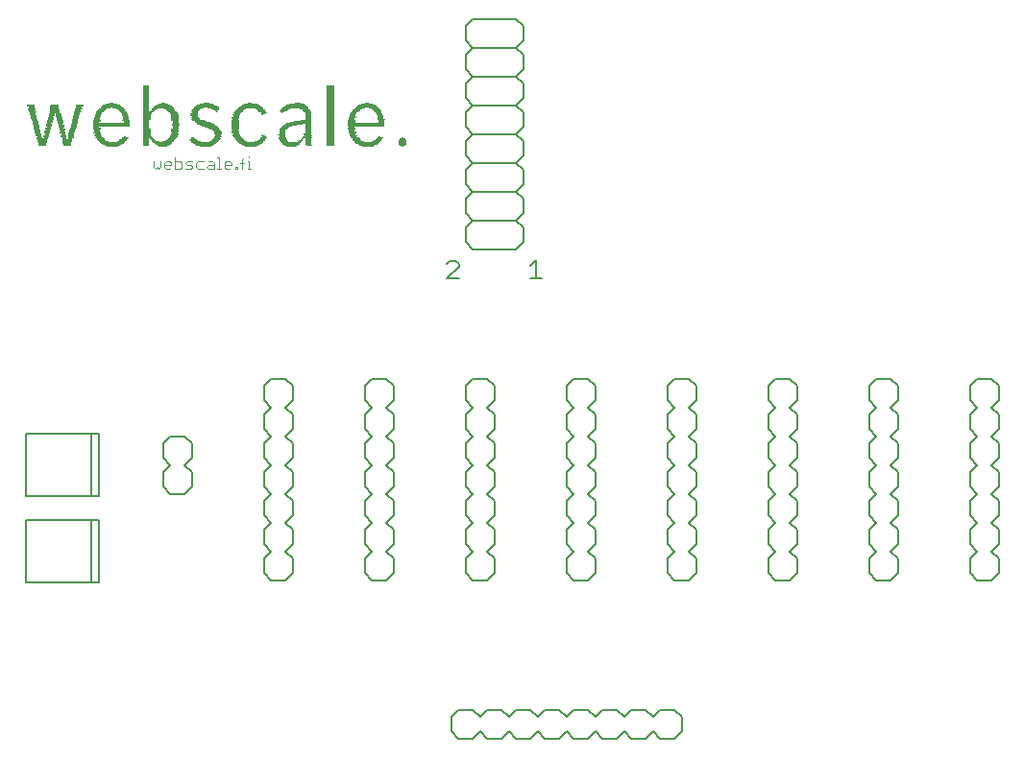
<source format=gto>
G75*
%MOIN*%
%OFA0B0*%
%FSLAX25Y25*%
%IPPOS*%
%LPD*%
%AMOC8*
5,1,8,0,0,1.08239X$1,22.5*
%
%ADD10R,0.03900X0.00300*%
%ADD11R,0.03000X0.00300*%
%ADD12R,0.04200X0.00300*%
%ADD13R,0.03600X0.00300*%
%ADD14R,0.00900X0.00300*%
%ADD15R,0.02700X0.00300*%
%ADD16R,0.02400X0.00300*%
%ADD17R,0.05400X0.00300*%
%ADD18R,0.01800X0.00300*%
%ADD19R,0.06000X0.00300*%
%ADD20R,0.04800X0.00300*%
%ADD21R,0.02100X0.00300*%
%ADD22R,0.06900X0.00300*%
%ADD23R,0.05700X0.00300*%
%ADD24R,0.07800X0.00300*%
%ADD25R,0.08100X0.00300*%
%ADD26R,0.06300X0.00300*%
%ADD27R,0.08400X0.00300*%
%ADD28R,0.09000X0.00300*%
%ADD29R,0.03300X0.00300*%
%ADD30R,0.01500X0.00300*%
%ADD31R,0.01200X0.00300*%
%ADD32R,0.00600X0.00300*%
%ADD33R,0.00300X0.00300*%
%ADD34R,0.04500X0.00300*%
%ADD35R,0.12600X0.00300*%
%ADD36R,0.05100X0.00300*%
%ADD37R,0.07200X0.00300*%
%ADD38R,0.07500X0.00300*%
%ADD39R,0.06600X0.00300*%
%ADD40R,0.08700X0.00300*%
%ADD41C,0.00300*%
%ADD42C,0.00500*%
%ADD43C,0.00800*%
%ADD44C,0.00600*%
D10*
X0034600Y0208000D03*
X0036400Y0221200D03*
X0034300Y0222400D03*
X0053800Y0209500D03*
X0064600Y0216700D03*
X0069400Y0214300D03*
X0082600Y0208000D03*
X0123100Y0208000D03*
X0122800Y0222400D03*
D11*
X0119650Y0209800D03*
X0126250Y0209500D03*
X0102250Y0211000D03*
X0102250Y0211300D03*
X0101350Y0220900D03*
X0094750Y0220900D03*
X0085450Y0209500D03*
X0079150Y0209800D03*
X0078850Y0210100D03*
X0069850Y0209500D03*
X0063550Y0217300D03*
X0054850Y0220600D03*
X0046750Y0219400D03*
X0046750Y0219100D03*
X0046750Y0211300D03*
X0052150Y0208000D03*
X0054550Y0209800D03*
X0079450Y0220900D03*
X0018850Y0209200D03*
X0018850Y0208900D03*
X0010450Y0209200D03*
X0014650Y0220900D03*
X0014650Y0221200D03*
X0014650Y0221500D03*
X0014650Y0221800D03*
D12*
X0052150Y0208300D03*
X0065050Y0216400D03*
X0069550Y0221200D03*
X0066850Y0208000D03*
D13*
X0064450Y0221200D03*
X0054250Y0220900D03*
X0052150Y0222400D03*
X0032050Y0221200D03*
X0018850Y0210100D03*
X0014650Y0219400D03*
X0014650Y0219700D03*
X0014650Y0220000D03*
X0014650Y0220300D03*
X0095350Y0214900D03*
X0101650Y0216700D03*
X0096550Y0208000D03*
X0120550Y0221200D03*
X0125050Y0221200D03*
D14*
X0127300Y0211300D03*
X0135100Y0210700D03*
X0135100Y0208000D03*
X0100600Y0210400D03*
X0100300Y0210100D03*
X0093700Y0219700D03*
X0070600Y0220300D03*
X0062500Y0210700D03*
X0048100Y0210700D03*
X0038800Y0211300D03*
D15*
X0037600Y0209500D03*
X0031000Y0209800D03*
X0030700Y0210100D03*
X0019000Y0208600D03*
X0010300Y0208600D03*
X0010300Y0208300D03*
X0010300Y0208900D03*
X0031300Y0220900D03*
X0037300Y0220900D03*
X0046600Y0218800D03*
X0046600Y0218500D03*
X0046600Y0212200D03*
X0046600Y0211900D03*
X0046600Y0211600D03*
X0055000Y0210100D03*
X0062800Y0209800D03*
X0070300Y0213700D03*
X0070600Y0213400D03*
X0078100Y0211000D03*
X0078700Y0220300D03*
X0079000Y0220600D03*
X0085600Y0220900D03*
X0094300Y0220600D03*
X0094600Y0214600D03*
X0094000Y0209800D03*
X0094300Y0209500D03*
X0102400Y0211600D03*
X0101800Y0220600D03*
X0119800Y0220900D03*
X0125800Y0220900D03*
X0126700Y0209800D03*
X0119200Y0210100D03*
X0135100Y0209800D03*
X0135100Y0209500D03*
X0135100Y0209200D03*
X0135100Y0208900D03*
X0070300Y0220900D03*
X0064000Y0220900D03*
X0063400Y0217600D03*
X0055600Y0219700D03*
X0055300Y0220000D03*
X0055000Y0220300D03*
D16*
X0055750Y0219400D03*
X0055750Y0219100D03*
X0056050Y0218800D03*
X0056050Y0218500D03*
X0056050Y0218200D03*
X0056350Y0217900D03*
X0056350Y0217600D03*
X0056350Y0217300D03*
X0056350Y0217000D03*
X0056350Y0216700D03*
X0056650Y0215500D03*
X0056650Y0215200D03*
X0056350Y0213700D03*
X0056350Y0213400D03*
X0056350Y0213100D03*
X0056350Y0212800D03*
X0056050Y0212200D03*
X0056050Y0211900D03*
X0055750Y0211600D03*
X0055750Y0211300D03*
X0055450Y0211000D03*
X0055450Y0210700D03*
X0055150Y0210400D03*
X0049450Y0209500D03*
X0046450Y0212500D03*
X0046450Y0212800D03*
X0046450Y0213100D03*
X0046450Y0213400D03*
X0046450Y0213700D03*
X0046450Y0217300D03*
X0046450Y0217600D03*
X0046450Y0217900D03*
X0046450Y0218200D03*
X0039250Y0217000D03*
X0037750Y0220600D03*
X0030850Y0220600D03*
X0030550Y0220300D03*
X0030250Y0220000D03*
X0029050Y0216700D03*
X0029050Y0216400D03*
X0029050Y0214300D03*
X0029050Y0214000D03*
X0029050Y0213700D03*
X0029350Y0212500D03*
X0029650Y0211600D03*
X0029950Y0211000D03*
X0030250Y0210700D03*
X0030550Y0210400D03*
X0038050Y0209800D03*
X0038350Y0210100D03*
X0022450Y0219700D03*
X0022750Y0220900D03*
X0023050Y0221800D03*
X0023050Y0222100D03*
X0014650Y0222100D03*
X0006850Y0219700D03*
X0006550Y0220600D03*
X0006550Y0220900D03*
X0006250Y0221800D03*
X0006250Y0222100D03*
X0018850Y0208300D03*
X0062650Y0210100D03*
X0070150Y0209800D03*
X0070450Y0210100D03*
X0070750Y0210400D03*
X0071050Y0211300D03*
X0071050Y0212200D03*
X0071050Y0212500D03*
X0071050Y0212800D03*
X0070750Y0213100D03*
X0077050Y0214000D03*
X0077050Y0214300D03*
X0077050Y0214600D03*
X0077050Y0214900D03*
X0077050Y0215200D03*
X0077050Y0215500D03*
X0077050Y0215800D03*
X0077050Y0216100D03*
X0077050Y0216400D03*
X0077050Y0216700D03*
X0077350Y0217600D03*
X0077350Y0217900D03*
X0077650Y0218800D03*
X0077950Y0219400D03*
X0078250Y0219700D03*
X0078550Y0220000D03*
X0086050Y0220600D03*
X0086350Y0220300D03*
X0086650Y0220000D03*
X0093850Y0220300D03*
X0094150Y0214300D03*
X0093850Y0214000D03*
X0093250Y0211900D03*
X0093550Y0210700D03*
X0093550Y0210400D03*
X0093850Y0210100D03*
X0086050Y0209800D03*
X0078550Y0210400D03*
X0078250Y0210700D03*
X0077950Y0211300D03*
X0077650Y0211600D03*
X0077650Y0211900D03*
X0077350Y0212500D03*
X0077350Y0212800D03*
X0077350Y0213100D03*
X0063250Y0217900D03*
X0062950Y0218500D03*
X0062950Y0218800D03*
X0062950Y0219100D03*
X0063250Y0220300D03*
X0063550Y0220600D03*
X0101950Y0220300D03*
X0102250Y0219700D03*
X0110350Y0219700D03*
X0110350Y0220000D03*
X0110350Y0220300D03*
X0110350Y0220600D03*
X0110350Y0220900D03*
X0110350Y0221200D03*
X0110350Y0221500D03*
X0110350Y0221800D03*
X0110350Y0222100D03*
X0110350Y0222400D03*
X0110350Y0222700D03*
X0110350Y0223000D03*
X0110350Y0223300D03*
X0110350Y0223600D03*
X0110350Y0223900D03*
X0110350Y0224200D03*
X0110350Y0224500D03*
X0110350Y0224800D03*
X0110350Y0225100D03*
X0110350Y0225400D03*
X0110350Y0225700D03*
X0110350Y0226000D03*
X0110350Y0226300D03*
X0110350Y0226600D03*
X0110350Y0226900D03*
X0110350Y0227200D03*
X0110350Y0227500D03*
X0110350Y0227800D03*
X0110350Y0228100D03*
X0110350Y0228400D03*
X0110350Y0228700D03*
X0119050Y0220300D03*
X0119350Y0220600D03*
X0117850Y0217900D03*
X0117550Y0216700D03*
X0117550Y0216400D03*
X0117550Y0216100D03*
X0117550Y0214300D03*
X0117550Y0214000D03*
X0117550Y0213700D03*
X0117850Y0212800D03*
X0117850Y0212500D03*
X0118150Y0211600D03*
X0118450Y0211000D03*
X0118750Y0210700D03*
X0119050Y0210400D03*
X0110350Y0210400D03*
X0110350Y0210700D03*
X0110350Y0211000D03*
X0110350Y0211300D03*
X0110350Y0211600D03*
X0110350Y0211900D03*
X0110350Y0212200D03*
X0110350Y0212500D03*
X0110350Y0212800D03*
X0110350Y0213100D03*
X0110350Y0213400D03*
X0110350Y0213700D03*
X0110350Y0214000D03*
X0110350Y0214300D03*
X0110350Y0214600D03*
X0110350Y0214900D03*
X0110350Y0215200D03*
X0110350Y0215500D03*
X0110350Y0215800D03*
X0110350Y0216100D03*
X0110350Y0216400D03*
X0110350Y0216700D03*
X0110350Y0217000D03*
X0110350Y0217300D03*
X0110350Y0217600D03*
X0110350Y0217900D03*
X0110350Y0218200D03*
X0110350Y0218500D03*
X0110350Y0218800D03*
X0110350Y0219100D03*
X0110350Y0219400D03*
X0102250Y0212200D03*
X0102250Y0211900D03*
X0110350Y0210100D03*
X0110350Y0209800D03*
X0110350Y0209500D03*
X0110350Y0209200D03*
X0110350Y0208900D03*
X0110350Y0208600D03*
X0110350Y0208300D03*
X0127750Y0217300D03*
X0126550Y0220300D03*
X0126250Y0220600D03*
X0135250Y0208600D03*
D17*
X0122950Y0208300D03*
X0082450Y0208300D03*
X0052150Y0208600D03*
X0034450Y0208300D03*
D18*
X0038950Y0211000D03*
X0046150Y0210400D03*
X0046150Y0210100D03*
X0046150Y0209800D03*
X0046150Y0209500D03*
X0046150Y0209200D03*
X0046150Y0208900D03*
X0046150Y0208600D03*
X0046150Y0208300D03*
X0038950Y0218500D03*
X0021850Y0217600D03*
X0021550Y0216400D03*
X0021250Y0215500D03*
X0021250Y0215200D03*
X0020950Y0214300D03*
X0020950Y0214000D03*
X0020650Y0213400D03*
X0020650Y0213100D03*
X0020650Y0212800D03*
X0020350Y0212500D03*
X0020350Y0212200D03*
X0020350Y0211900D03*
X0020350Y0211600D03*
X0020050Y0211300D03*
X0020050Y0211000D03*
X0020050Y0210700D03*
X0017650Y0211300D03*
X0017650Y0211600D03*
X0017350Y0212500D03*
X0017350Y0212800D03*
X0017050Y0213400D03*
X0017050Y0213700D03*
X0017050Y0214000D03*
X0016750Y0214600D03*
X0016750Y0214900D03*
X0016750Y0215200D03*
X0016450Y0215800D03*
X0016450Y0216100D03*
X0016450Y0216400D03*
X0016450Y0216700D03*
X0016150Y0217000D03*
X0016150Y0217300D03*
X0016150Y0217600D03*
X0016150Y0217900D03*
X0015850Y0218200D03*
X0015850Y0218500D03*
X0015850Y0218800D03*
X0015850Y0219100D03*
X0013450Y0219100D03*
X0013450Y0218800D03*
X0013450Y0218500D03*
X0013150Y0217900D03*
X0013150Y0217600D03*
X0013150Y0217300D03*
X0012850Y0216700D03*
X0012850Y0216400D03*
X0012850Y0216100D03*
X0012550Y0215500D03*
X0012550Y0215200D03*
X0012550Y0214900D03*
X0012250Y0214300D03*
X0012250Y0214000D03*
X0012250Y0213700D03*
X0011950Y0213100D03*
X0011950Y0212800D03*
X0011950Y0212500D03*
X0011650Y0211600D03*
X0011650Y0211300D03*
X0011350Y0210400D03*
X0009250Y0210400D03*
X0009250Y0210700D03*
X0009250Y0211000D03*
X0008950Y0211600D03*
X0008950Y0211900D03*
X0008950Y0212200D03*
X0008650Y0212500D03*
X0008650Y0212800D03*
X0008650Y0213100D03*
X0008650Y0213400D03*
X0008350Y0213700D03*
X0008350Y0214000D03*
X0008350Y0214300D03*
X0008050Y0214900D03*
X0008050Y0215200D03*
X0007750Y0216100D03*
X0007750Y0216400D03*
X0067150Y0222700D03*
X0070450Y0220600D03*
X0135250Y0210400D03*
D19*
X0097450Y0215500D03*
X0082450Y0222100D03*
X0066550Y0208300D03*
X0052150Y0208900D03*
X0052150Y0221800D03*
D20*
X0052150Y0222100D03*
X0067150Y0222400D03*
X0096250Y0215200D03*
X0096550Y0208300D03*
D21*
X0093400Y0211000D03*
X0093400Y0211300D03*
X0093400Y0211600D03*
X0093400Y0212200D03*
X0093400Y0212500D03*
X0093400Y0212800D03*
X0093400Y0213100D03*
X0093400Y0213400D03*
X0093700Y0213700D03*
X0087100Y0211000D03*
X0086800Y0210700D03*
X0086800Y0210400D03*
X0086500Y0210100D03*
X0077500Y0212200D03*
X0077200Y0213400D03*
X0077200Y0213700D03*
X0071200Y0211900D03*
X0071200Y0211600D03*
X0070900Y0211000D03*
X0070900Y0210700D03*
X0077200Y0217000D03*
X0077200Y0217300D03*
X0077500Y0218200D03*
X0077500Y0218500D03*
X0077800Y0219100D03*
X0086800Y0219700D03*
X0087100Y0219400D03*
X0098800Y0222700D03*
X0102100Y0220000D03*
X0102400Y0219400D03*
X0102400Y0219100D03*
X0102400Y0218800D03*
X0102400Y0218500D03*
X0102400Y0218200D03*
X0102400Y0217900D03*
X0102400Y0217600D03*
X0102400Y0217300D03*
X0102400Y0217000D03*
X0102400Y0215500D03*
X0102400Y0215200D03*
X0102400Y0214900D03*
X0102400Y0214600D03*
X0102400Y0214300D03*
X0102400Y0214000D03*
X0102400Y0213700D03*
X0102400Y0213400D03*
X0102400Y0213100D03*
X0102400Y0212800D03*
X0102400Y0212500D03*
X0102700Y0210400D03*
X0102700Y0210100D03*
X0102700Y0209800D03*
X0102700Y0209500D03*
X0102700Y0209200D03*
X0102700Y0208900D03*
X0102700Y0208600D03*
X0103000Y0208300D03*
X0118000Y0211900D03*
X0118000Y0212200D03*
X0117700Y0213100D03*
X0117700Y0213400D03*
X0117400Y0214600D03*
X0117700Y0217000D03*
X0117700Y0217300D03*
X0117700Y0217600D03*
X0118000Y0218200D03*
X0118000Y0218500D03*
X0118000Y0218800D03*
X0118300Y0219100D03*
X0118300Y0219400D03*
X0118600Y0219700D03*
X0118900Y0220000D03*
X0126700Y0220000D03*
X0127000Y0219700D03*
X0127000Y0219400D03*
X0127300Y0219100D03*
X0127300Y0218800D03*
X0127600Y0218500D03*
X0127600Y0218200D03*
X0127600Y0217900D03*
X0127600Y0217600D03*
X0127900Y0217000D03*
X0127900Y0216700D03*
X0127900Y0216400D03*
X0127900Y0216100D03*
X0127600Y0210700D03*
X0127300Y0210400D03*
X0127000Y0210100D03*
X0135100Y0210100D03*
X0135100Y0208300D03*
X0118300Y0211300D03*
X0063100Y0218200D03*
X0063100Y0219400D03*
X0063100Y0219700D03*
X0063100Y0220000D03*
X0056500Y0216400D03*
X0056500Y0216100D03*
X0056500Y0215800D03*
X0056500Y0214900D03*
X0056500Y0214600D03*
X0056500Y0214300D03*
X0056500Y0214000D03*
X0056200Y0212500D03*
X0046300Y0214000D03*
X0046300Y0214300D03*
X0046300Y0214600D03*
X0046300Y0214900D03*
X0046300Y0215200D03*
X0046300Y0215500D03*
X0046300Y0215800D03*
X0046300Y0216100D03*
X0046300Y0216400D03*
X0046300Y0216700D03*
X0046300Y0217000D03*
X0046300Y0220000D03*
X0046300Y0220300D03*
X0046300Y0220600D03*
X0046300Y0220900D03*
X0046300Y0221200D03*
X0046300Y0221500D03*
X0046300Y0221800D03*
X0046300Y0222100D03*
X0046300Y0222400D03*
X0046300Y0222700D03*
X0046300Y0223000D03*
X0046300Y0223300D03*
X0046300Y0223600D03*
X0046300Y0223900D03*
X0046300Y0224200D03*
X0046300Y0224500D03*
X0046300Y0224800D03*
X0046300Y0225100D03*
X0046300Y0225400D03*
X0046300Y0225700D03*
X0046300Y0226000D03*
X0046300Y0226300D03*
X0046300Y0226600D03*
X0046300Y0226900D03*
X0046300Y0227200D03*
X0046300Y0227500D03*
X0046300Y0227800D03*
X0046300Y0228100D03*
X0046300Y0228400D03*
X0046300Y0228700D03*
X0049300Y0220900D03*
X0039100Y0218200D03*
X0039100Y0217900D03*
X0039100Y0217600D03*
X0039100Y0217300D03*
X0039400Y0216700D03*
X0039400Y0216400D03*
X0039400Y0216100D03*
X0038800Y0218800D03*
X0038800Y0219100D03*
X0038500Y0219400D03*
X0038500Y0219700D03*
X0038200Y0220000D03*
X0037900Y0220300D03*
X0030100Y0219700D03*
X0029800Y0219400D03*
X0029800Y0219100D03*
X0029500Y0218800D03*
X0029500Y0218500D03*
X0029500Y0218200D03*
X0029200Y0217900D03*
X0029200Y0217600D03*
X0029200Y0217300D03*
X0029200Y0217000D03*
X0028900Y0216100D03*
X0028900Y0214600D03*
X0029200Y0213400D03*
X0029200Y0213100D03*
X0029200Y0212800D03*
X0029500Y0212200D03*
X0029500Y0211900D03*
X0029800Y0211300D03*
X0038800Y0210400D03*
X0039100Y0210700D03*
X0046300Y0210700D03*
X0022300Y0218800D03*
X0022300Y0219100D03*
X0022300Y0219400D03*
X0022600Y0220000D03*
X0022600Y0220300D03*
X0022600Y0220600D03*
X0022900Y0221200D03*
X0022900Y0221500D03*
X0022000Y0218500D03*
X0022000Y0218200D03*
X0022000Y0217900D03*
X0021700Y0217300D03*
X0021700Y0217000D03*
X0021700Y0216700D03*
X0021400Y0216100D03*
X0021400Y0215800D03*
X0021100Y0214900D03*
X0021100Y0214600D03*
X0020800Y0213700D03*
X0008200Y0214600D03*
X0007900Y0215500D03*
X0007900Y0215800D03*
X0007600Y0216700D03*
X0007600Y0217000D03*
X0007600Y0217300D03*
X0007300Y0217600D03*
X0007300Y0217900D03*
X0007300Y0218200D03*
X0007300Y0218500D03*
X0007000Y0218800D03*
X0007000Y0219100D03*
X0007000Y0219400D03*
X0006700Y0220000D03*
X0006700Y0220300D03*
X0006400Y0221200D03*
X0006400Y0221500D03*
D22*
X0034600Y0208600D03*
X0052000Y0209200D03*
X0066700Y0208600D03*
X0082600Y0208600D03*
X0096700Y0209200D03*
X0082600Y0221800D03*
X0122800Y0221800D03*
X0123100Y0208600D03*
D23*
X0122800Y0222100D03*
X0100600Y0216400D03*
X0096700Y0208600D03*
X0067000Y0215500D03*
X0034300Y0222100D03*
D24*
X0034450Y0208900D03*
X0082450Y0208900D03*
X0082450Y0221500D03*
X0122950Y0208900D03*
D25*
X0066700Y0208900D03*
D26*
X0067000Y0222100D03*
X0096700Y0208900D03*
D27*
X0099250Y0215800D03*
X0082450Y0221200D03*
X0082450Y0209200D03*
X0067150Y0221500D03*
X0034450Y0209200D03*
X0122950Y0209200D03*
D28*
X0098050Y0221200D03*
X0066550Y0209200D03*
D29*
X0063400Y0209500D03*
X0070000Y0214000D03*
X0064000Y0217000D03*
X0079600Y0209500D03*
X0102100Y0210700D03*
X0120100Y0209500D03*
X0046900Y0211000D03*
X0046900Y0219700D03*
X0031600Y0209500D03*
X0019000Y0209500D03*
X0019000Y0209800D03*
X0010300Y0209800D03*
X0010300Y0210100D03*
X0010300Y0209500D03*
X0014500Y0220600D03*
D30*
X0013300Y0218200D03*
X0013000Y0217000D03*
X0012700Y0215800D03*
X0012400Y0214600D03*
X0012100Y0213400D03*
X0011800Y0212200D03*
X0011800Y0211900D03*
X0011500Y0211000D03*
X0011500Y0210700D03*
X0009100Y0211300D03*
X0017200Y0213100D03*
X0017500Y0212200D03*
X0017500Y0211900D03*
X0017800Y0211000D03*
X0017800Y0210700D03*
X0017800Y0210400D03*
X0019900Y0210400D03*
X0016900Y0214300D03*
X0016600Y0215500D03*
X0034300Y0222700D03*
X0049000Y0220600D03*
X0052300Y0222700D03*
X0048700Y0210100D03*
X0049000Y0209800D03*
X0062500Y0210400D03*
X0082300Y0222700D03*
X0086800Y0219100D03*
X0093700Y0220000D03*
X0087100Y0211300D03*
X0099700Y0209500D03*
X0100000Y0209800D03*
X0122800Y0222700D03*
X0127600Y0211000D03*
D31*
X0086950Y0211600D03*
X0048250Y0210400D03*
X0048250Y0220000D03*
X0048550Y0220300D03*
D32*
X0062350Y0211000D03*
X0070750Y0220000D03*
X0086650Y0218800D03*
D33*
X0086800Y0211900D03*
X0093700Y0219400D03*
D34*
X0082600Y0222400D03*
X0068800Y0214600D03*
D35*
X0034150Y0214900D03*
X0034150Y0215200D03*
X0034150Y0215500D03*
X0034150Y0215800D03*
X0122650Y0215800D03*
X0122650Y0215500D03*
X0122650Y0215200D03*
X0122650Y0214900D03*
D36*
X0098500Y0222400D03*
X0068200Y0214900D03*
X0067600Y0215200D03*
X0066400Y0215800D03*
X0065800Y0216100D03*
D37*
X0067150Y0221800D03*
X0052150Y0221200D03*
X0099850Y0216100D03*
D38*
X0098200Y0221800D03*
X0122800Y0221500D03*
X0034300Y0221500D03*
D39*
X0034150Y0221800D03*
X0052150Y0221500D03*
X0098350Y0222100D03*
D40*
X0098200Y0221500D03*
D41*
X0082002Y0204670D02*
X0082002Y0204053D01*
X0082002Y0202819D02*
X0082002Y0200350D01*
X0082619Y0200350D02*
X0081384Y0200350D01*
X0079546Y0200350D02*
X0079546Y0203436D01*
X0080163Y0204053D01*
X0081384Y0202819D02*
X0082002Y0202819D01*
X0080163Y0202202D02*
X0078929Y0202202D01*
X0077705Y0200967D02*
X0077705Y0200350D01*
X0077087Y0200350D01*
X0077087Y0200967D01*
X0077705Y0200967D01*
X0075873Y0201584D02*
X0073404Y0201584D01*
X0073404Y0200967D02*
X0073404Y0202202D01*
X0074021Y0202819D01*
X0075256Y0202819D01*
X0075873Y0202202D01*
X0075873Y0201584D01*
X0075256Y0200350D02*
X0074021Y0200350D01*
X0073404Y0200967D01*
X0072183Y0200350D02*
X0070949Y0200350D01*
X0071566Y0200350D02*
X0071566Y0204053D01*
X0070949Y0204053D01*
X0069117Y0202819D02*
X0069734Y0202202D01*
X0069734Y0200350D01*
X0067883Y0200350D01*
X0067266Y0200967D01*
X0067883Y0201584D01*
X0069734Y0201584D01*
X0069117Y0202819D02*
X0067883Y0202819D01*
X0066051Y0202819D02*
X0064200Y0202819D01*
X0063583Y0202202D01*
X0063583Y0200967D01*
X0064200Y0200350D01*
X0066051Y0200350D01*
X0062368Y0200967D02*
X0061751Y0201584D01*
X0060517Y0201584D01*
X0059899Y0202202D01*
X0060517Y0202819D01*
X0062368Y0202819D01*
X0062368Y0200967D02*
X0061751Y0200350D01*
X0059899Y0200350D01*
X0058685Y0200967D02*
X0058685Y0202202D01*
X0058068Y0202819D01*
X0056216Y0202819D01*
X0056216Y0204053D02*
X0056216Y0200350D01*
X0058068Y0200350D01*
X0058685Y0200967D01*
X0055002Y0201584D02*
X0052533Y0201584D01*
X0052533Y0200967D02*
X0052533Y0202202D01*
X0053150Y0202819D01*
X0054385Y0202819D01*
X0055002Y0202202D01*
X0055002Y0201584D01*
X0054385Y0200350D02*
X0053150Y0200350D01*
X0052533Y0200967D01*
X0051319Y0200967D02*
X0050702Y0200350D01*
X0050084Y0200967D01*
X0049467Y0200350D01*
X0048850Y0200967D01*
X0048850Y0202819D01*
X0051319Y0202819D02*
X0051319Y0200967D01*
D42*
X0150650Y0167138D02*
X0151668Y0168155D01*
X0153703Y0168155D01*
X0154720Y0167138D01*
X0154720Y0166120D01*
X0150650Y0162050D01*
X0154720Y0162050D01*
X0179450Y0162350D02*
X0183520Y0162350D01*
X0181485Y0162350D02*
X0181485Y0168455D01*
X0179450Y0166420D01*
D43*
X0004405Y0078106D02*
X0004405Y0056452D01*
X0027043Y0056452D01*
X0027043Y0078106D01*
X0029995Y0078106D01*
X0029995Y0056452D01*
X0027043Y0056452D01*
X0027043Y0078106D02*
X0004405Y0078106D01*
X0004405Y0086452D02*
X0004405Y0108106D01*
X0027043Y0108106D01*
X0027043Y0086452D01*
X0004405Y0086452D01*
X0027043Y0086452D02*
X0029995Y0086452D01*
X0029995Y0108106D01*
X0027043Y0108106D01*
X0052200Y0104700D02*
X0052200Y0099700D01*
X0054700Y0097200D01*
X0052200Y0094700D01*
X0052200Y0089700D01*
X0054700Y0087200D01*
X0059700Y0087200D01*
X0062200Y0089700D01*
X0062200Y0094700D01*
X0059700Y0097200D01*
X0062200Y0099700D01*
X0062200Y0104700D01*
X0059700Y0107200D01*
X0054700Y0107200D01*
X0052200Y0104700D01*
X0087200Y0104700D02*
X0087200Y0099700D01*
X0089700Y0097200D01*
X0087200Y0094700D01*
X0087200Y0089700D01*
X0089700Y0087200D01*
X0087200Y0084700D01*
X0087200Y0079700D01*
X0089700Y0077200D01*
X0087200Y0074700D01*
X0087200Y0069700D01*
X0089700Y0067200D01*
X0087200Y0064700D01*
X0087200Y0059700D01*
X0089700Y0057200D01*
X0094700Y0057200D01*
X0097200Y0059700D01*
X0097200Y0064700D01*
X0094700Y0067200D01*
X0097200Y0069700D01*
X0097200Y0074700D01*
X0094700Y0077200D01*
X0097200Y0079700D01*
X0097200Y0084700D01*
X0094700Y0087200D01*
X0097200Y0089700D01*
X0097200Y0094700D01*
X0094700Y0097200D01*
X0097200Y0099700D01*
X0097200Y0104700D01*
X0094700Y0107200D01*
X0097200Y0109700D01*
X0097200Y0114700D01*
X0094700Y0117200D01*
X0097200Y0119700D01*
X0097200Y0124700D01*
X0094700Y0127200D01*
X0089700Y0127200D01*
X0087200Y0124700D01*
X0087200Y0119700D01*
X0089700Y0117200D01*
X0087200Y0114700D01*
X0087200Y0109700D01*
X0089700Y0107200D01*
X0087200Y0104700D01*
X0122200Y0104700D02*
X0122200Y0099700D01*
X0124700Y0097200D01*
X0122200Y0094700D01*
X0122200Y0089700D01*
X0124700Y0087200D01*
X0122200Y0084700D01*
X0122200Y0079700D01*
X0124700Y0077200D01*
X0122200Y0074700D01*
X0122200Y0069700D01*
X0124700Y0067200D01*
X0122200Y0064700D01*
X0122200Y0059700D01*
X0124700Y0057200D01*
X0129700Y0057200D01*
X0132200Y0059700D01*
X0132200Y0064700D01*
X0129700Y0067200D01*
X0132200Y0069700D01*
X0132200Y0074700D01*
X0129700Y0077200D01*
X0132200Y0079700D01*
X0132200Y0084700D01*
X0129700Y0087200D01*
X0132200Y0089700D01*
X0132200Y0094700D01*
X0129700Y0097200D01*
X0132200Y0099700D01*
X0132200Y0104700D01*
X0129700Y0107200D01*
X0132200Y0109700D01*
X0132200Y0114700D01*
X0129700Y0117200D01*
X0132200Y0119700D01*
X0132200Y0124700D01*
X0129700Y0127200D01*
X0124700Y0127200D01*
X0122200Y0124700D01*
X0122200Y0119700D01*
X0124700Y0117200D01*
X0122200Y0114700D01*
X0122200Y0109700D01*
X0124700Y0107200D01*
X0122200Y0104700D01*
X0157200Y0104700D02*
X0157200Y0099700D01*
X0159700Y0097200D01*
X0157200Y0094700D01*
X0157200Y0089700D01*
X0159700Y0087200D01*
X0157200Y0084700D01*
X0157200Y0079700D01*
X0159700Y0077200D01*
X0157200Y0074700D01*
X0157200Y0069700D01*
X0159700Y0067200D01*
X0157200Y0064700D01*
X0157200Y0059700D01*
X0159700Y0057200D01*
X0164700Y0057200D01*
X0167200Y0059700D01*
X0167200Y0064700D01*
X0164700Y0067200D01*
X0167200Y0069700D01*
X0167200Y0074700D01*
X0164700Y0077200D01*
X0167200Y0079700D01*
X0167200Y0084700D01*
X0164700Y0087200D01*
X0167200Y0089700D01*
X0167200Y0094700D01*
X0164700Y0097200D01*
X0167200Y0099700D01*
X0167200Y0104700D01*
X0164700Y0107200D01*
X0167200Y0109700D01*
X0167200Y0114700D01*
X0164700Y0117200D01*
X0167200Y0119700D01*
X0167200Y0124700D01*
X0164700Y0127200D01*
X0159700Y0127200D01*
X0157200Y0124700D01*
X0157200Y0119700D01*
X0159700Y0117200D01*
X0157200Y0114700D01*
X0157200Y0109700D01*
X0159700Y0107200D01*
X0157200Y0104700D01*
X0192200Y0104700D02*
X0192200Y0099700D01*
X0194700Y0097200D01*
X0192200Y0094700D01*
X0192200Y0089700D01*
X0194700Y0087200D01*
X0192200Y0084700D01*
X0192200Y0079700D01*
X0194700Y0077200D01*
X0192200Y0074700D01*
X0192200Y0069700D01*
X0194700Y0067200D01*
X0192200Y0064700D01*
X0192200Y0059700D01*
X0194700Y0057200D01*
X0199700Y0057200D01*
X0202200Y0059700D01*
X0202200Y0064700D01*
X0199700Y0067200D01*
X0202200Y0069700D01*
X0202200Y0074700D01*
X0199700Y0077200D01*
X0202200Y0079700D01*
X0202200Y0084700D01*
X0199700Y0087200D01*
X0202200Y0089700D01*
X0202200Y0094700D01*
X0199700Y0097200D01*
X0202200Y0099700D01*
X0202200Y0104700D01*
X0199700Y0107200D01*
X0202200Y0109700D01*
X0202200Y0114700D01*
X0199700Y0117200D01*
X0202200Y0119700D01*
X0202200Y0124700D01*
X0199700Y0127200D01*
X0194700Y0127200D01*
X0192200Y0124700D01*
X0192200Y0119700D01*
X0194700Y0117200D01*
X0192200Y0114700D01*
X0192200Y0109700D01*
X0194700Y0107200D01*
X0192200Y0104700D01*
X0227200Y0104700D02*
X0227200Y0099700D01*
X0229700Y0097200D01*
X0227200Y0094700D01*
X0227200Y0089700D01*
X0229700Y0087200D01*
X0227200Y0084700D01*
X0227200Y0079700D01*
X0229700Y0077200D01*
X0227200Y0074700D01*
X0227200Y0069700D01*
X0229700Y0067200D01*
X0227200Y0064700D01*
X0227200Y0059700D01*
X0229700Y0057200D01*
X0234700Y0057200D01*
X0237200Y0059700D01*
X0237200Y0064700D01*
X0234700Y0067200D01*
X0237200Y0069700D01*
X0237200Y0074700D01*
X0234700Y0077200D01*
X0237200Y0079700D01*
X0237200Y0084700D01*
X0234700Y0087200D01*
X0237200Y0089700D01*
X0237200Y0094700D01*
X0234700Y0097200D01*
X0237200Y0099700D01*
X0237200Y0104700D01*
X0234700Y0107200D01*
X0237200Y0109700D01*
X0237200Y0114700D01*
X0234700Y0117200D01*
X0237200Y0119700D01*
X0237200Y0124700D01*
X0234700Y0127200D01*
X0229700Y0127200D01*
X0227200Y0124700D01*
X0227200Y0119700D01*
X0229700Y0117200D01*
X0227200Y0114700D01*
X0227200Y0109700D01*
X0229700Y0107200D01*
X0227200Y0104700D01*
X0262200Y0104700D02*
X0262200Y0099700D01*
X0264700Y0097200D01*
X0262200Y0094700D01*
X0262200Y0089700D01*
X0264700Y0087200D01*
X0262200Y0084700D01*
X0262200Y0079700D01*
X0264700Y0077200D01*
X0262200Y0074700D01*
X0262200Y0069700D01*
X0264700Y0067200D01*
X0262200Y0064700D01*
X0262200Y0059700D01*
X0264700Y0057200D01*
X0269700Y0057200D01*
X0272200Y0059700D01*
X0272200Y0064700D01*
X0269700Y0067200D01*
X0272200Y0069700D01*
X0272200Y0074700D01*
X0269700Y0077200D01*
X0272200Y0079700D01*
X0272200Y0084700D01*
X0269700Y0087200D01*
X0272200Y0089700D01*
X0272200Y0094700D01*
X0269700Y0097200D01*
X0272200Y0099700D01*
X0272200Y0104700D01*
X0269700Y0107200D01*
X0272200Y0109700D01*
X0272200Y0114700D01*
X0269700Y0117200D01*
X0272200Y0119700D01*
X0272200Y0124700D01*
X0269700Y0127200D01*
X0264700Y0127200D01*
X0262200Y0124700D01*
X0262200Y0119700D01*
X0264700Y0117200D01*
X0262200Y0114700D01*
X0262200Y0109700D01*
X0264700Y0107200D01*
X0262200Y0104700D01*
X0297200Y0104700D02*
X0297200Y0099700D01*
X0299700Y0097200D01*
X0297200Y0094700D01*
X0297200Y0089700D01*
X0299700Y0087200D01*
X0297200Y0084700D01*
X0297200Y0079700D01*
X0299700Y0077200D01*
X0297200Y0074700D01*
X0297200Y0069700D01*
X0299700Y0067200D01*
X0297200Y0064700D01*
X0297200Y0059700D01*
X0299700Y0057200D01*
X0304700Y0057200D01*
X0307200Y0059700D01*
X0307200Y0064700D01*
X0304700Y0067200D01*
X0307200Y0069700D01*
X0307200Y0074700D01*
X0304700Y0077200D01*
X0307200Y0079700D01*
X0307200Y0084700D01*
X0304700Y0087200D01*
X0307200Y0089700D01*
X0307200Y0094700D01*
X0304700Y0097200D01*
X0307200Y0099700D01*
X0307200Y0104700D01*
X0304700Y0107200D01*
X0307200Y0109700D01*
X0307200Y0114700D01*
X0304700Y0117200D01*
X0307200Y0119700D01*
X0307200Y0124700D01*
X0304700Y0127200D01*
X0299700Y0127200D01*
X0297200Y0124700D01*
X0297200Y0119700D01*
X0299700Y0117200D01*
X0297200Y0114700D01*
X0297200Y0109700D01*
X0299700Y0107200D01*
X0297200Y0104700D01*
X0332200Y0104700D02*
X0332200Y0099700D01*
X0334700Y0097200D01*
X0332200Y0094700D01*
X0332200Y0089700D01*
X0334700Y0087200D01*
X0332200Y0084700D01*
X0332200Y0079700D01*
X0334700Y0077200D01*
X0332200Y0074700D01*
X0332200Y0069700D01*
X0334700Y0067200D01*
X0332200Y0064700D01*
X0332200Y0059700D01*
X0334700Y0057200D01*
X0339700Y0057200D01*
X0342200Y0059700D01*
X0342200Y0064700D01*
X0339700Y0067200D01*
X0342200Y0069700D01*
X0342200Y0074700D01*
X0339700Y0077200D01*
X0342200Y0079700D01*
X0342200Y0084700D01*
X0339700Y0087200D01*
X0342200Y0089700D01*
X0342200Y0094700D01*
X0339700Y0097200D01*
X0342200Y0099700D01*
X0342200Y0104700D01*
X0339700Y0107200D01*
X0342200Y0109700D01*
X0342200Y0114700D01*
X0339700Y0117200D01*
X0342200Y0119700D01*
X0342200Y0124700D01*
X0339700Y0127200D01*
X0334700Y0127200D01*
X0332200Y0124700D01*
X0332200Y0119700D01*
X0334700Y0117200D01*
X0332200Y0114700D01*
X0332200Y0109700D01*
X0334700Y0107200D01*
X0332200Y0104700D01*
X0232200Y0009700D02*
X0229700Y0012200D01*
X0224700Y0012200D01*
X0222200Y0009700D01*
X0219700Y0012200D01*
X0214700Y0012200D01*
X0212200Y0009700D01*
X0209700Y0012200D01*
X0204700Y0012200D01*
X0202200Y0009700D01*
X0199700Y0012200D01*
X0194700Y0012200D01*
X0192200Y0009700D01*
X0189700Y0012200D01*
X0184700Y0012200D01*
X0182200Y0009700D01*
X0179700Y0012200D01*
X0174700Y0012200D01*
X0172200Y0009700D01*
X0169700Y0012200D01*
X0164700Y0012200D01*
X0162200Y0009700D01*
X0159700Y0012200D01*
X0154700Y0012200D01*
X0152200Y0009700D01*
X0152200Y0004700D01*
X0154700Y0002200D01*
X0159700Y0002200D01*
X0162200Y0004700D01*
X0164700Y0002200D01*
X0169700Y0002200D01*
X0172200Y0004700D01*
X0174700Y0002200D01*
X0179700Y0002200D01*
X0182200Y0004700D01*
X0184700Y0002200D01*
X0189700Y0002200D01*
X0192200Y0004700D01*
X0194700Y0002200D01*
X0199700Y0002200D01*
X0202200Y0004700D01*
X0204700Y0002200D01*
X0209700Y0002200D01*
X0212200Y0004700D01*
X0214700Y0002200D01*
X0219700Y0002200D01*
X0222200Y0004700D01*
X0224700Y0002200D01*
X0229700Y0002200D01*
X0232200Y0004700D01*
X0232200Y0009700D01*
D44*
X0174700Y0172200D02*
X0159700Y0172200D01*
X0157200Y0174700D01*
X0157200Y0179700D01*
X0159700Y0182200D01*
X0174700Y0182200D01*
X0177200Y0184700D01*
X0177200Y0189700D01*
X0174700Y0192200D01*
X0159700Y0192200D01*
X0157200Y0194700D01*
X0157200Y0199700D01*
X0159700Y0202200D01*
X0174700Y0202200D01*
X0177200Y0204700D01*
X0177200Y0209700D01*
X0174700Y0212200D01*
X0159700Y0212200D01*
X0157200Y0214700D01*
X0157200Y0219700D01*
X0159700Y0222200D01*
X0174700Y0222200D01*
X0177200Y0224700D01*
X0177200Y0229700D01*
X0174700Y0232200D01*
X0159700Y0232200D01*
X0157200Y0234700D01*
X0157200Y0239700D01*
X0159700Y0242200D01*
X0174700Y0242200D01*
X0177200Y0239700D01*
X0177200Y0234700D01*
X0174700Y0232200D01*
X0174700Y0222200D02*
X0177200Y0219700D01*
X0177200Y0214700D01*
X0174700Y0212200D01*
X0174700Y0202200D02*
X0177200Y0199700D01*
X0177200Y0194700D01*
X0174700Y0192200D01*
X0174700Y0182200D02*
X0177200Y0179700D01*
X0177200Y0174700D01*
X0174700Y0172200D01*
X0159700Y0182200D02*
X0157200Y0184700D01*
X0157200Y0189700D01*
X0159700Y0192200D01*
X0159700Y0202200D02*
X0157200Y0204700D01*
X0157200Y0209700D01*
X0159700Y0212200D01*
X0159700Y0222200D02*
X0157200Y0224700D01*
X0157200Y0229700D01*
X0159700Y0232200D01*
X0159700Y0242200D02*
X0157200Y0244700D01*
X0157200Y0249700D01*
X0159700Y0252200D01*
X0174700Y0252200D01*
X0177200Y0249700D01*
X0177200Y0244700D01*
X0174700Y0242200D01*
M02*

</source>
